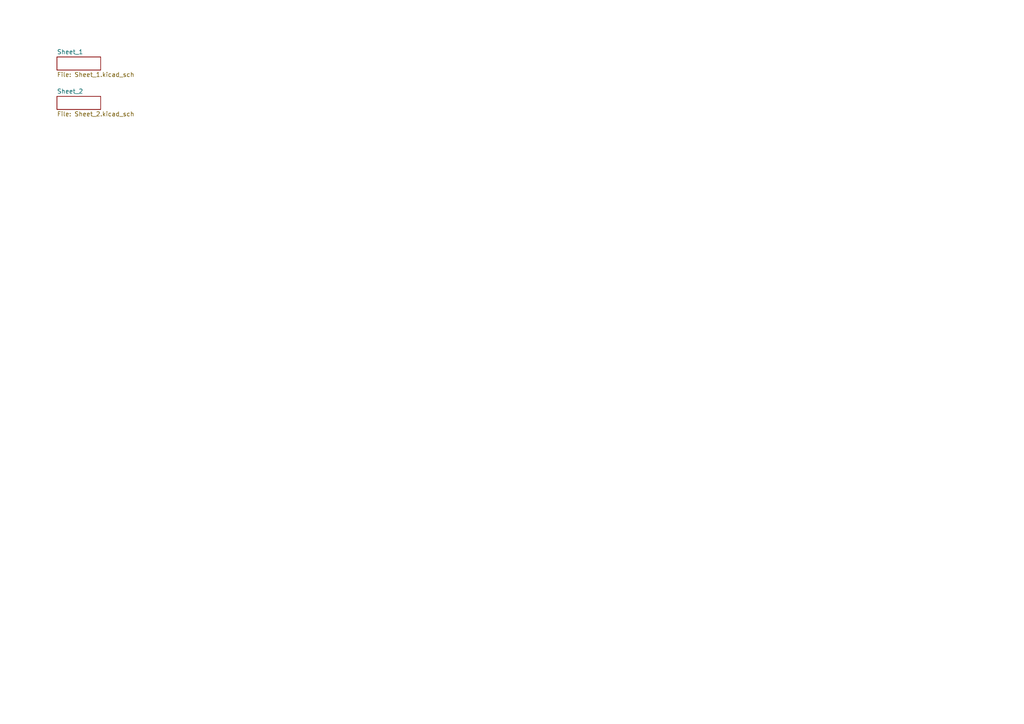
<source format=kicad_sch>
(kicad_sch
	(version 20231120)
	(generator "eeschema")
	(generator_version "8.0")
	(uuid "adb641c0-c248-42eb-b32f-18abe654a1aa")
	(paper "A4")
	(title_block
		(title "Rudelblinken")
		(rev "0.1")
		(company "Zebreus")
	)
	(lib_symbols)
	(sheet
		(at 16.51 27.94)
		(size 12.7 3.81)
		(fields_autoplaced yes)
		(stroke
			(width 0)
			(type solid)
		)
		(fill
			(color 0 0 0 0.0000)
		)
		(uuid "1abcdbec-5037-4c85-b562-b802d319ca8f")
		(property "Sheetname" "Sheet_2"
			(at 16.51 27.2284 0)
			(effects
				(font
					(size 1.27 1.27)
				)
				(justify left bottom)
			)
		)
		(property "Sheetfile" "Sheet_2.kicad_sch"
			(at 16.51 32.3346 0)
			(effects
				(font
					(size 1.27 1.27)
				)
				(justify left top)
			)
		)
		(instances
			(project "rudelblinken"
				(path "/adb641c0-c248-42eb-b32f-18abe654a1aa"
					(page "3")
				)
			)
		)
	)
	(sheet
		(at 16.51 16.51)
		(size 12.7 3.81)
		(fields_autoplaced yes)
		(stroke
			(width 0)
			(type solid)
		)
		(fill
			(color 0 0 0 0.0000)
		)
		(uuid "d001b5a2-7e6d-4913-8d0e-2a6605eb52f7")
		(property "Sheetname" "Sheet_1"
			(at 16.51 15.7984 0)
			(effects
				(font
					(size 1.27 1.27)
				)
				(justify left bottom)
			)
		)
		(property "Sheetfile" "Sheet_1.kicad_sch"
			(at 16.51 20.9046 0)
			(effects
				(font
					(size 1.27 1.27)
				)
				(justify left top)
			)
		)
		(instances
			(project "rudelblinken"
				(path "/adb641c0-c248-42eb-b32f-18abe654a1aa"
					(page "2")
				)
			)
		)
	)
	(sheet_instances
		(path "/"
			(page "1")
		)
	)
)

</source>
